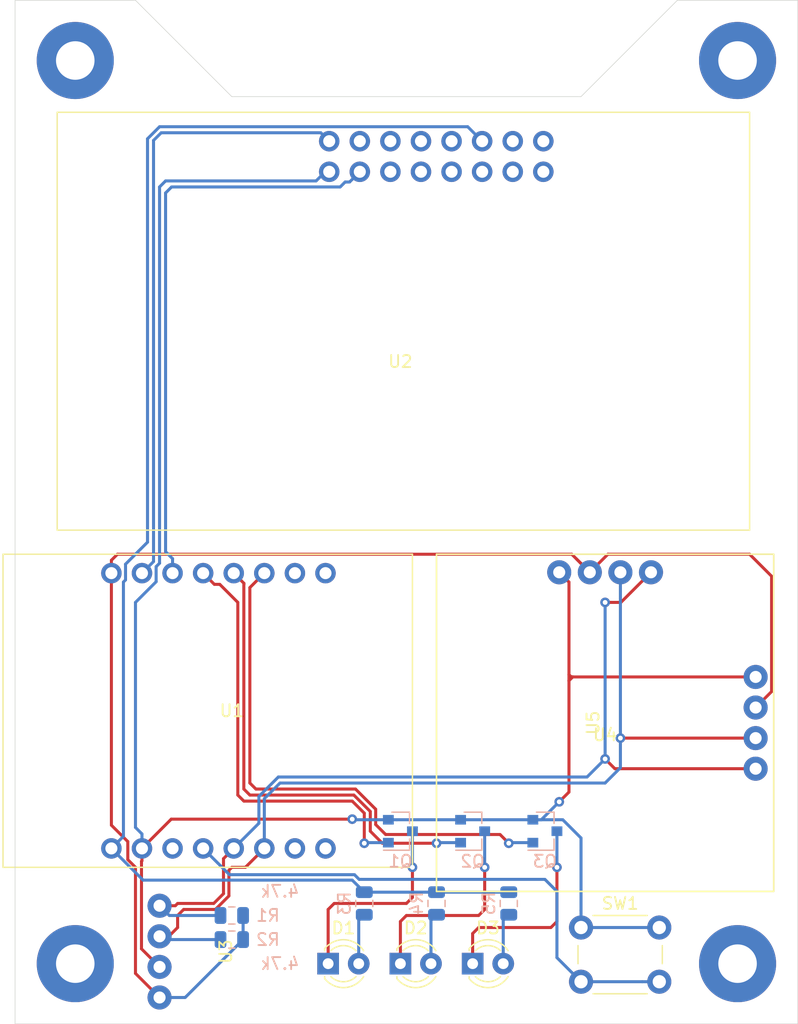
<source format=kicad_pcb>
(kicad_pcb (version 20171130) (host pcbnew 5.1.6+dfsg1-1)

  (general
    (thickness 1.6)
    (drawings 8)
    (tracks 208)
    (zones 0)
    (modules 21)
    (nets 35)
  )

  (page A4)
  (layers
    (0 F.Cu signal)
    (31 B.Cu signal)
    (32 B.Adhes user)
    (33 F.Adhes user)
    (34 B.Paste user)
    (35 F.Paste user)
    (36 B.SilkS user)
    (37 F.SilkS user)
    (38 B.Mask user)
    (39 F.Mask user)
    (40 Dwgs.User user)
    (41 Cmts.User user)
    (42 Eco1.User user)
    (43 Eco2.User user)
    (44 Edge.Cuts user)
    (45 Margin user)
    (46 B.CrtYd user)
    (47 F.CrtYd user)
    (48 B.Fab user)
    (49 F.Fab user)
  )

  (setup
    (last_trace_width 0.25)
    (trace_clearance 0.2)
    (zone_clearance 0.508)
    (zone_45_only no)
    (trace_min 0.127)
    (via_size 0.8)
    (via_drill 0.4)
    (via_min_size 0.4)
    (via_min_drill 0.3)
    (uvia_size 0.3)
    (uvia_drill 0.1)
    (uvias_allowed no)
    (uvia_min_size 0.2)
    (uvia_min_drill 0.1)
    (edge_width 0.05)
    (segment_width 0.2)
    (pcb_text_width 0.3)
    (pcb_text_size 1.5 1.5)
    (mod_edge_width 0.12)
    (mod_text_size 1 1)
    (mod_text_width 0.15)
    (pad_size 1.524 1.524)
    (pad_drill 0.762)
    (pad_to_mask_clearance 0.051)
    (solder_mask_min_width 0.25)
    (aux_axis_origin 0 0)
    (visible_elements FFFDFF7F)
    (pcbplotparams
      (layerselection 0x010f0_ffffffff)
      (usegerberextensions false)
      (usegerberattributes false)
      (usegerberadvancedattributes false)
      (creategerberjobfile false)
      (excludeedgelayer true)
      (linewidth 0.100000)
      (plotframeref false)
      (viasonmask false)
      (mode 1)
      (useauxorigin false)
      (hpglpennumber 1)
      (hpglpenspeed 20)
      (hpglpendiameter 15.000000)
      (psnegative false)
      (psa4output false)
      (plotreference true)
      (plotvalue true)
      (plotinvisibletext false)
      (padsonsilk false)
      (subtractmaskfromsilk false)
      (outputformat 1)
      (mirror false)
      (drillshape 0)
      (scaleselection 1)
      (outputdirectory "gerber"))
  )

  (net 0 "")
  (net 1 GND)
  (net 2 5V)
  (net 3 3V3)
  (net 4 S2)
  (net 5 S1)
  (net 6 SDA)
  (net 7 SCL)
  (net 8 "Net-(U1-Pad8)")
  (net 9 "Net-(U1-Pad7)")
  (net 10 "Net-(U1-Pad3)")
  (net 11 "Net-(U1-Pad9)")
  (net 12 "Net-(U1-Pad10)")
  (net 13 "Net-(U2-Pad2)")
  (net 14 "Net-(U2-Pad14)")
  (net 15 "Net-(U2-Pad15)")
  (net 16 "Net-(U2-Pad4)")
  (net 17 "Net-(U2-Pad8)")
  (net 18 "Net-(U2-Pad6)")
  (net 19 "Net-(U2-Pad9)")
  (net 20 "Net-(U2-Pad7)")
  (net 21 "Net-(U2-Pad5)")
  (net 22 "Net-(U2-Pad3)")
  (net 23 "Net-(U2-Pad16)")
  (net 24 "Net-(U2-Pad17)")
  (net 25 DARK)
  (net 26 "Net-(D1-Pad1)")
  (net 27 "Net-(D1-Pad2)")
  (net 28 "Net-(D2-Pad2)")
  (net 29 "Net-(D2-Pad1)")
  (net 30 "Net-(D3-Pad2)")
  (net 31 "Net-(D3-Pad1)")
  (net 32 GREEN)
  (net 33 YELLOW)
  (net 34 RED)

  (net_class Default "This is the default net class."
    (clearance 0.2)
    (trace_width 0.25)
    (via_dia 0.8)
    (via_drill 0.4)
    (uvia_dia 0.3)
    (uvia_drill 0.1)
    (add_net 3V3)
    (add_net 5V)
    (add_net DARK)
    (add_net GND)
    (add_net GREEN)
    (add_net "Net-(D1-Pad1)")
    (add_net "Net-(D1-Pad2)")
    (add_net "Net-(D2-Pad1)")
    (add_net "Net-(D2-Pad2)")
    (add_net "Net-(D3-Pad1)")
    (add_net "Net-(D3-Pad2)")
    (add_net "Net-(U1-Pad10)")
    (add_net "Net-(U1-Pad3)")
    (add_net "Net-(U1-Pad7)")
    (add_net "Net-(U1-Pad8)")
    (add_net "Net-(U1-Pad9)")
    (add_net "Net-(U2-Pad14)")
    (add_net "Net-(U2-Pad15)")
    (add_net "Net-(U2-Pad16)")
    (add_net "Net-(U2-Pad17)")
    (add_net "Net-(U2-Pad2)")
    (add_net "Net-(U2-Pad3)")
    (add_net "Net-(U2-Pad4)")
    (add_net "Net-(U2-Pad5)")
    (add_net "Net-(U2-Pad6)")
    (add_net "Net-(U2-Pad7)")
    (add_net "Net-(U2-Pad8)")
    (add_net "Net-(U2-Pad9)")
    (add_net RED)
    (add_net S1)
    (add_net S2)
    (add_net SCL)
    (add_net SDA)
    (add_net YELLOW)
  )

  (module sensorbox:OLED-Display-0.69 (layer F.Cu) (tedit 5F9A807C) (tstamp 5F9B2F10)
    (at 49 60 270)
    (path /5F98F406)
    (fp_text reference U5 (at 0 1 90) (layer F.SilkS)
      (effects (font (size 1 1) (thickness 0.15)))
    )
    (fp_text value OLED-Display-0.69 (at 0 -2 90) (layer F.Fab)
      (effects (font (size 1 1) (thickness 0.15)))
    )
    (fp_line (start -14 14) (end -14 -14) (layer F.SilkS) (width 0.12))
    (fp_line (start 14 14) (end -14 14) (layer F.SilkS) (width 0.12))
    (fp_line (start 14 -14) (end 14 14) (layer F.SilkS) (width 0.12))
    (fp_line (start -14 -14) (end 14 -14) (layer F.SilkS) (width 0.12))
    (fp_line (start -14 14) (end -14 -14) (layer F.Fab) (width 0.12))
    (fp_line (start 14 14) (end -14 14) (layer F.Fab) (width 0.12))
    (fp_line (start 14 -14) (end 14 14) (layer F.Fab) (width 0.12))
    (fp_line (start -14 -14) (end 14 -14) (layer F.Fab) (width 0.12))
    (pad 4 thru_hole circle (at 3.81 -12.5 270) (size 2 2) (drill 1) (layers *.Cu *.Mask)
      (net 6 SDA))
    (pad 3 thru_hole circle (at 1.27 -12.5 270) (size 2 2) (drill 1) (layers *.Cu *.Mask)
      (net 7 SCL))
    (pad 2 thru_hole circle (at -1.27 -12.5 270) (size 2 2) (drill 1) (layers *.Cu *.Mask)
      (net 3 3V3))
    (pad 1 thru_hole circle (at -3.81 -12.5 270) (size 2 2) (drill 1) (layers *.Cu *.Mask)
      (net 1 GND))
  )

  (module sensorbox:OLED-Display-0.69 (layer F.Cu) (tedit 5F9A807C) (tstamp 5F9B2F00)
    (at 49 60)
    (path /5F875EE2)
    (fp_text reference U4 (at 0 1) (layer F.SilkS)
      (effects (font (size 1 1) (thickness 0.15)))
    )
    (fp_text value OLED-Display-0.69 (at 0 -2) (layer F.Fab)
      (effects (font (size 1 1) (thickness 0.15)))
    )
    (fp_line (start -14 14) (end -14 -14) (layer F.SilkS) (width 0.12))
    (fp_line (start 14 14) (end -14 14) (layer F.SilkS) (width 0.12))
    (fp_line (start 14 -14) (end 14 14) (layer F.SilkS) (width 0.12))
    (fp_line (start -14 -14) (end 14 -14) (layer F.SilkS) (width 0.12))
    (fp_line (start -14 14) (end -14 -14) (layer F.Fab) (width 0.12))
    (fp_line (start 14 14) (end -14 14) (layer F.Fab) (width 0.12))
    (fp_line (start 14 -14) (end 14 14) (layer F.Fab) (width 0.12))
    (fp_line (start -14 -14) (end 14 -14) (layer F.Fab) (width 0.12))
    (pad 4 thru_hole circle (at 3.81 -12.5) (size 2 2) (drill 1) (layers *.Cu *.Mask)
      (net 6 SDA))
    (pad 3 thru_hole circle (at 1.27 -12.5) (size 2 2) (drill 1) (layers *.Cu *.Mask)
      (net 7 SCL))
    (pad 2 thru_hole circle (at -1.27 -12.5) (size 2 2) (drill 1) (layers *.Cu *.Mask)
      (net 3 3V3))
    (pad 1 thru_hole circle (at -3.81 -12.5) (size 2 2) (drill 1) (layers *.Cu *.Mask)
      (net 1 GND))
  )

  (module sensorbox:BME280 (layer F.Cu) (tedit 5F9A8046) (tstamp 5F9B2410)
    (at 16.5 79 90)
    (path /5F878379)
    (fp_text reference U3 (at 0 1 90) (layer F.SilkS)
      (effects (font (size 1 1) (thickness 0.15)))
    )
    (fp_text value BME280 (at 0 -1 90) (layer F.Fab)
      (effects (font (size 1 1) (thickness 0.15)))
    )
    (fp_line (start -5 6) (end -5 -6) (layer F.Fab) (width 0.12))
    (fp_line (start 5 6) (end -5 6) (layer F.Fab) (width 0.12))
    (fp_line (start 5 -6) (end 5 6) (layer F.Fab) (width 0.12))
    (fp_line (start -5 -6) (end 5 -6) (layer F.Fab) (width 0.12))
    (pad 4 thru_hole circle (at 3.81 -4.5 90) (size 2 2) (drill 1) (layers *.Cu *.Mask)
      (net 6 SDA))
    (pad 3 thru_hole circle (at 1.27 -4.5 90) (size 2 2) (drill 1) (layers *.Cu *.Mask)
      (net 7 SCL))
    (pad 2 thru_hole circle (at -1.27 -4.5 90) (size 2 2) (drill 1) (layers *.Cu *.Mask)
      (net 1 GND))
    (pad 1 thru_hole circle (at -3.81 -4.5 90) (size 2 2) (drill 1) (layers *.Cu *.Mask)
      (net 3 3V3))
  )

  (module Resistor_SMD:R_0805_2012Metric (layer B.Cu) (tedit 5B36C52B) (tstamp 5F8E1E43)
    (at 35 75 270)
    (descr "Resistor SMD 0805 (2012 Metric), square (rectangular) end terminal, IPC_7351 nominal, (Body size source: https://docs.google.com/spreadsheets/d/1BsfQQcO9C6DZCsRaXUlFlo91Tg2WpOkGARC1WS5S8t0/edit?usp=sharing), generated with kicad-footprint-generator")
    (tags resistor)
    (path /5F8F0D03)
    (attr smd)
    (fp_text reference R4 (at 0 1.65 90) (layer B.SilkS)
      (effects (font (size 1 1) (thickness 0.15)) (justify mirror))
    )
    (fp_text value 330 (at 0 -1.65 90) (layer B.Fab)
      (effects (font (size 1 1) (thickness 0.15)) (justify mirror))
    )
    (fp_line (start -1 -0.6) (end -1 0.6) (layer B.Fab) (width 0.1))
    (fp_line (start -1 0.6) (end 1 0.6) (layer B.Fab) (width 0.1))
    (fp_line (start 1 0.6) (end 1 -0.6) (layer B.Fab) (width 0.1))
    (fp_line (start 1 -0.6) (end -1 -0.6) (layer B.Fab) (width 0.1))
    (fp_line (start -0.258578 0.71) (end 0.258578 0.71) (layer B.SilkS) (width 0.12))
    (fp_line (start -0.258578 -0.71) (end 0.258578 -0.71) (layer B.SilkS) (width 0.12))
    (fp_line (start -1.68 -0.95) (end -1.68 0.95) (layer B.CrtYd) (width 0.05))
    (fp_line (start -1.68 0.95) (end 1.68 0.95) (layer B.CrtYd) (width 0.05))
    (fp_line (start 1.68 0.95) (end 1.68 -0.95) (layer B.CrtYd) (width 0.05))
    (fp_line (start 1.68 -0.95) (end -1.68 -0.95) (layer B.CrtYd) (width 0.05))
    (fp_text user %R (at 0 0 90) (layer B.Fab)
      (effects (font (size 0.5 0.5) (thickness 0.08)) (justify mirror))
    )
    (pad 2 smd roundrect (at 0.9375 0 270) (size 0.975 1.4) (layers B.Cu B.Paste B.Mask) (roundrect_rratio 0.25)
      (net 28 "Net-(D2-Pad2)"))
    (pad 1 smd roundrect (at -0.9375 0 270) (size 0.975 1.4) (layers B.Cu B.Paste B.Mask) (roundrect_rratio 0.25)
      (net 2 5V))
    (model ${KISYS3DMOD}/Resistor_SMD.3dshapes/R_0805_2012Metric.wrl
      (at (xyz 0 0 0))
      (scale (xyz 1 1 1))
      (rotate (xyz 0 0 0))
    )
  )

  (module Resistor_SMD:R_0805_2012Metric (layer B.Cu) (tedit 5B36C52B) (tstamp 5F8E1FB7)
    (at 29 75 270)
    (descr "Resistor SMD 0805 (2012 Metric), square (rectangular) end terminal, IPC_7351 nominal, (Body size source: https://docs.google.com/spreadsheets/d/1BsfQQcO9C6DZCsRaXUlFlo91Tg2WpOkGARC1WS5S8t0/edit?usp=sharing), generated with kicad-footprint-generator")
    (tags resistor)
    (path /5F8EE265)
    (attr smd)
    (fp_text reference R3 (at 0 1.65 90) (layer B.SilkS)
      (effects (font (size 1 1) (thickness 0.15)) (justify mirror))
    )
    (fp_text value 330 (at 0 -1.65 90) (layer B.Fab)
      (effects (font (size 1 1) (thickness 0.15)) (justify mirror))
    )
    (fp_line (start -1 -0.6) (end -1 0.6) (layer B.Fab) (width 0.1))
    (fp_line (start -1 0.6) (end 1 0.6) (layer B.Fab) (width 0.1))
    (fp_line (start 1 0.6) (end 1 -0.6) (layer B.Fab) (width 0.1))
    (fp_line (start 1 -0.6) (end -1 -0.6) (layer B.Fab) (width 0.1))
    (fp_line (start -0.258578 0.71) (end 0.258578 0.71) (layer B.SilkS) (width 0.12))
    (fp_line (start -0.258578 -0.71) (end 0.258578 -0.71) (layer B.SilkS) (width 0.12))
    (fp_line (start -1.68 -0.95) (end -1.68 0.95) (layer B.CrtYd) (width 0.05))
    (fp_line (start -1.68 0.95) (end 1.68 0.95) (layer B.CrtYd) (width 0.05))
    (fp_line (start 1.68 0.95) (end 1.68 -0.95) (layer B.CrtYd) (width 0.05))
    (fp_line (start 1.68 -0.95) (end -1.68 -0.95) (layer B.CrtYd) (width 0.05))
    (fp_text user %R (at 0 0 90) (layer B.Fab)
      (effects (font (size 0.5 0.5) (thickness 0.08)) (justify mirror))
    )
    (pad 2 smd roundrect (at 0.9375 0 270) (size 0.975 1.4) (layers B.Cu B.Paste B.Mask) (roundrect_rratio 0.25)
      (net 27 "Net-(D1-Pad2)"))
    (pad 1 smd roundrect (at -0.9375 0 270) (size 0.975 1.4) (layers B.Cu B.Paste B.Mask) (roundrect_rratio 0.25)
      (net 2 5V))
    (model ${KISYS3DMOD}/Resistor_SMD.3dshapes/R_0805_2012Metric.wrl
      (at (xyz 0 0 0))
      (scale (xyz 1 1 1))
      (rotate (xyz 0 0 0))
    )
  )

  (module Package_TO_SOT_SMD:SOT-23 (layer B.Cu) (tedit 5A02FF57) (tstamp 5F8E938E)
    (at 44 69)
    (descr "SOT-23, Standard")
    (tags SOT-23)
    (path /5F8C779D)
    (attr smd)
    (fp_text reference Q3 (at 0 2.5) (layer B.SilkS)
      (effects (font (size 1 1) (thickness 0.15)) (justify mirror))
    )
    (fp_text value 2N7002 (at 0 -2.5) (layer B.Fab)
      (effects (font (size 1 1) (thickness 0.15)) (justify mirror))
    )
    (fp_line (start -0.7 0.95) (end -0.7 -1.5) (layer B.Fab) (width 0.1))
    (fp_line (start -0.15 1.52) (end 0.7 1.52) (layer B.Fab) (width 0.1))
    (fp_line (start -0.7 0.95) (end -0.15 1.52) (layer B.Fab) (width 0.1))
    (fp_line (start 0.7 1.52) (end 0.7 -1.52) (layer B.Fab) (width 0.1))
    (fp_line (start -0.7 -1.52) (end 0.7 -1.52) (layer B.Fab) (width 0.1))
    (fp_line (start 0.76 -1.58) (end 0.76 -0.65) (layer B.SilkS) (width 0.12))
    (fp_line (start 0.76 1.58) (end 0.76 0.65) (layer B.SilkS) (width 0.12))
    (fp_line (start -1.7 1.75) (end 1.7 1.75) (layer B.CrtYd) (width 0.05))
    (fp_line (start 1.7 1.75) (end 1.7 -1.75) (layer B.CrtYd) (width 0.05))
    (fp_line (start 1.7 -1.75) (end -1.7 -1.75) (layer B.CrtYd) (width 0.05))
    (fp_line (start -1.7 -1.75) (end -1.7 1.75) (layer B.CrtYd) (width 0.05))
    (fp_line (start 0.76 1.58) (end -1.4 1.58) (layer B.SilkS) (width 0.12))
    (fp_line (start 0.76 -1.58) (end -0.7 -1.58) (layer B.SilkS) (width 0.12))
    (fp_text user %R (at 0 0 -90) (layer B.Fab)
      (effects (font (size 0.5 0.5) (thickness 0.075)) (justify mirror))
    )
    (pad 3 smd rect (at 1 0) (size 0.9 0.8) (layers B.Cu B.Paste B.Mask)
      (net 31 "Net-(D3-Pad1)"))
    (pad 2 smd rect (at -1 -0.95) (size 0.9 0.8) (layers B.Cu B.Paste B.Mask)
      (net 1 GND))
    (pad 1 smd rect (at -1 0.95) (size 0.9 0.8) (layers B.Cu B.Paste B.Mask)
      (net 34 RED))
    (model ${KISYS3DMOD}/Package_TO_SOT_SMD.3dshapes/SOT-23.wrl
      (at (xyz 0 0 0))
      (scale (xyz 1 1 1))
      (rotate (xyz 0 0 0))
    )
  )

  (module Package_TO_SOT_SMD:SOT-23 (layer B.Cu) (tedit 5A02FF57) (tstamp 5F8E1EB3)
    (at 38 69)
    (descr "SOT-23, Standard")
    (tags SOT-23)
    (path /5F8F0D0A)
    (attr smd)
    (fp_text reference Q2 (at 0 2.5) (layer B.SilkS)
      (effects (font (size 1 1) (thickness 0.15)) (justify mirror))
    )
    (fp_text value 2N7002 (at 0 -2.5) (layer B.Fab)
      (effects (font (size 1 1) (thickness 0.15)) (justify mirror))
    )
    (fp_line (start -0.7 0.95) (end -0.7 -1.5) (layer B.Fab) (width 0.1))
    (fp_line (start -0.15 1.52) (end 0.7 1.52) (layer B.Fab) (width 0.1))
    (fp_line (start -0.7 0.95) (end -0.15 1.52) (layer B.Fab) (width 0.1))
    (fp_line (start 0.7 1.52) (end 0.7 -1.52) (layer B.Fab) (width 0.1))
    (fp_line (start -0.7 -1.52) (end 0.7 -1.52) (layer B.Fab) (width 0.1))
    (fp_line (start 0.76 -1.58) (end 0.76 -0.65) (layer B.SilkS) (width 0.12))
    (fp_line (start 0.76 1.58) (end 0.76 0.65) (layer B.SilkS) (width 0.12))
    (fp_line (start -1.7 1.75) (end 1.7 1.75) (layer B.CrtYd) (width 0.05))
    (fp_line (start 1.7 1.75) (end 1.7 -1.75) (layer B.CrtYd) (width 0.05))
    (fp_line (start 1.7 -1.75) (end -1.7 -1.75) (layer B.CrtYd) (width 0.05))
    (fp_line (start -1.7 -1.75) (end -1.7 1.75) (layer B.CrtYd) (width 0.05))
    (fp_line (start 0.76 1.58) (end -1.4 1.58) (layer B.SilkS) (width 0.12))
    (fp_line (start 0.76 -1.58) (end -0.7 -1.58) (layer B.SilkS) (width 0.12))
    (fp_text user %R (at 0 0 -90) (layer B.Fab)
      (effects (font (size 0.5 0.5) (thickness 0.075)) (justify mirror))
    )
    (pad 3 smd rect (at 1 0) (size 0.9 0.8) (layers B.Cu B.Paste B.Mask)
      (net 29 "Net-(D2-Pad1)"))
    (pad 2 smd rect (at -1 -0.95) (size 0.9 0.8) (layers B.Cu B.Paste B.Mask)
      (net 1 GND))
    (pad 1 smd rect (at -1 0.95) (size 0.9 0.8) (layers B.Cu B.Paste B.Mask)
      (net 33 YELLOW))
    (model ${KISYS3DMOD}/Package_TO_SOT_SMD.3dshapes/SOT-23.wrl
      (at (xyz 0 0 0))
      (scale (xyz 1 1 1))
      (rotate (xyz 0 0 0))
    )
  )

  (module LED_THT:LED_D3.0mm (layer F.Cu) (tedit 587A3A7B) (tstamp 5F8E11FE)
    (at 38 80)
    (descr "LED, diameter 3.0mm, 2 pins")
    (tags "LED diameter 3.0mm 2 pins")
    (path /5F884E0D)
    (fp_text reference D3 (at 1.27 -2.96) (layer F.SilkS)
      (effects (font (size 1 1) (thickness 0.15)))
    )
    (fp_text value LED (at 1.27 2.96) (layer F.Fab)
      (effects (font (size 1 1) (thickness 0.15)))
    )
    (fp_circle (center 1.27 0) (end 2.77 0) (layer F.Fab) (width 0.1))
    (fp_line (start -0.23 -1.16619) (end -0.23 1.16619) (layer F.Fab) (width 0.1))
    (fp_line (start -0.29 -1.236) (end -0.29 -1.08) (layer F.SilkS) (width 0.12))
    (fp_line (start -0.29 1.08) (end -0.29 1.236) (layer F.SilkS) (width 0.12))
    (fp_line (start -1.15 -2.25) (end -1.15 2.25) (layer F.CrtYd) (width 0.05))
    (fp_line (start -1.15 2.25) (end 3.7 2.25) (layer F.CrtYd) (width 0.05))
    (fp_line (start 3.7 2.25) (end 3.7 -2.25) (layer F.CrtYd) (width 0.05))
    (fp_line (start 3.7 -2.25) (end -1.15 -2.25) (layer F.CrtYd) (width 0.05))
    (fp_arc (start 1.27 0) (end 0.229039 1.08) (angle -87.9) (layer F.SilkS) (width 0.12))
    (fp_arc (start 1.27 0) (end 0.229039 -1.08) (angle 87.9) (layer F.SilkS) (width 0.12))
    (fp_arc (start 1.27 0) (end -0.29 1.235516) (angle -108.8) (layer F.SilkS) (width 0.12))
    (fp_arc (start 1.27 0) (end -0.29 -1.235516) (angle 108.8) (layer F.SilkS) (width 0.12))
    (fp_arc (start 1.27 0) (end -0.23 -1.16619) (angle 284.3) (layer F.Fab) (width 0.1))
    (pad 2 thru_hole circle (at 2.54 0) (size 1.8 1.8) (drill 0.9) (layers *.Cu *.Mask)
      (net 30 "Net-(D3-Pad2)"))
    (pad 1 thru_hole rect (at 0 0) (size 1.8 1.8) (drill 0.9) (layers *.Cu *.Mask)
      (net 31 "Net-(D3-Pad1)"))
    (model ${KISYS3DMOD}/LED_THT.3dshapes/LED_D3.0mm.wrl
      (at (xyz 0 0 0))
      (scale (xyz 1 1 1))
      (rotate (xyz 0 0 0))
    )
  )

  (module LED_THT:LED_D3.0mm (layer F.Cu) (tedit 587A3A7B) (tstamp 5F8E11EB)
    (at 32 80)
    (descr "LED, diameter 3.0mm, 2 pins")
    (tags "LED diameter 3.0mm 2 pins")
    (path /5F8F0CFC)
    (fp_text reference D2 (at 1.27 -2.96) (layer F.SilkS)
      (effects (font (size 1 1) (thickness 0.15)))
    )
    (fp_text value LED (at 1.27 2.96) (layer F.Fab)
      (effects (font (size 1 1) (thickness 0.15)))
    )
    (fp_circle (center 1.27 0) (end 2.77 0) (layer F.Fab) (width 0.1))
    (fp_line (start -0.23 -1.16619) (end -0.23 1.16619) (layer F.Fab) (width 0.1))
    (fp_line (start -0.29 -1.236) (end -0.29 -1.08) (layer F.SilkS) (width 0.12))
    (fp_line (start -0.29 1.08) (end -0.29 1.236) (layer F.SilkS) (width 0.12))
    (fp_line (start -1.15 -2.25) (end -1.15 2.25) (layer F.CrtYd) (width 0.05))
    (fp_line (start -1.15 2.25) (end 3.7 2.25) (layer F.CrtYd) (width 0.05))
    (fp_line (start 3.7 2.25) (end 3.7 -2.25) (layer F.CrtYd) (width 0.05))
    (fp_line (start 3.7 -2.25) (end -1.15 -2.25) (layer F.CrtYd) (width 0.05))
    (fp_arc (start 1.27 0) (end 0.229039 1.08) (angle -87.9) (layer F.SilkS) (width 0.12))
    (fp_arc (start 1.27 0) (end 0.229039 -1.08) (angle 87.9) (layer F.SilkS) (width 0.12))
    (fp_arc (start 1.27 0) (end -0.29 1.235516) (angle -108.8) (layer F.SilkS) (width 0.12))
    (fp_arc (start 1.27 0) (end -0.29 -1.235516) (angle 108.8) (layer F.SilkS) (width 0.12))
    (fp_arc (start 1.27 0) (end -0.23 -1.16619) (angle 284.3) (layer F.Fab) (width 0.1))
    (pad 2 thru_hole circle (at 2.54 0) (size 1.8 1.8) (drill 0.9) (layers *.Cu *.Mask)
      (net 28 "Net-(D2-Pad2)"))
    (pad 1 thru_hole rect (at 0 0) (size 1.8 1.8) (drill 0.9) (layers *.Cu *.Mask)
      (net 29 "Net-(D2-Pad1)"))
    (model ${KISYS3DMOD}/LED_THT.3dshapes/LED_D3.0mm.wrl
      (at (xyz 0 0 0))
      (scale (xyz 1 1 1))
      (rotate (xyz 0 0 0))
    )
  )

  (module Resistor_SMD:R_0805_2012Metric (layer B.Cu) (tedit 5B36C52B) (tstamp 5F8E1E13)
    (at 41 75 270)
    (descr "Resistor SMD 0805 (2012 Metric), square (rectangular) end terminal, IPC_7351 nominal, (Body size source: https://docs.google.com/spreadsheets/d/1BsfQQcO9C6DZCsRaXUlFlo91Tg2WpOkGARC1WS5S8t0/edit?usp=sharing), generated with kicad-footprint-generator")
    (tags resistor)
    (path /5F88657F)
    (attr smd)
    (fp_text reference R5 (at 0 1.65 90) (layer B.SilkS)
      (effects (font (size 1 1) (thickness 0.15)) (justify mirror))
    )
    (fp_text value 330 (at 0 -1.65 90) (layer B.Fab)
      (effects (font (size 1 1) (thickness 0.15)) (justify mirror))
    )
    (fp_line (start -1 -0.6) (end -1 0.6) (layer B.Fab) (width 0.1))
    (fp_line (start -1 0.6) (end 1 0.6) (layer B.Fab) (width 0.1))
    (fp_line (start 1 0.6) (end 1 -0.6) (layer B.Fab) (width 0.1))
    (fp_line (start 1 -0.6) (end -1 -0.6) (layer B.Fab) (width 0.1))
    (fp_line (start -0.258578 0.71) (end 0.258578 0.71) (layer B.SilkS) (width 0.12))
    (fp_line (start -0.258578 -0.71) (end 0.258578 -0.71) (layer B.SilkS) (width 0.12))
    (fp_line (start -1.68 -0.95) (end -1.68 0.95) (layer B.CrtYd) (width 0.05))
    (fp_line (start -1.68 0.95) (end 1.68 0.95) (layer B.CrtYd) (width 0.05))
    (fp_line (start 1.68 0.95) (end 1.68 -0.95) (layer B.CrtYd) (width 0.05))
    (fp_line (start 1.68 -0.95) (end -1.68 -0.95) (layer B.CrtYd) (width 0.05))
    (fp_text user %R (at 0 0 90) (layer B.Fab)
      (effects (font (size 0.5 0.5) (thickness 0.08)) (justify mirror))
    )
    (pad 2 smd roundrect (at 0.9375 0 270) (size 0.975 1.4) (layers B.Cu B.Paste B.Mask) (roundrect_rratio 0.25)
      (net 30 "Net-(D3-Pad2)"))
    (pad 1 smd roundrect (at -0.9375 0 270) (size 0.975 1.4) (layers B.Cu B.Paste B.Mask) (roundrect_rratio 0.25)
      (net 2 5V))
    (model ${KISYS3DMOD}/Resistor_SMD.3dshapes/R_0805_2012Metric.wrl
      (at (xyz 0 0 0))
      (scale (xyz 1 1 1))
      (rotate (xyz 0 0 0))
    )
  )

  (module Resistor_SMD:R_0805_2012Metric (layer B.Cu) (tedit 5B36C52B) (tstamp 5F8DFE81)
    (at 18 78 180)
    (descr "Resistor SMD 0805 (2012 Metric), square (rectangular) end terminal, IPC_7351 nominal, (Body size source: https://docs.google.com/spreadsheets/d/1BsfQQcO9C6DZCsRaXUlFlo91Tg2WpOkGARC1WS5S8t0/edit?usp=sharing), generated with kicad-footprint-generator")
    (tags resistor)
    (path /5F84144D)
    (attr smd)
    (fp_text reference R2 (at -3 0) (layer B.SilkS)
      (effects (font (size 1 1) (thickness 0.15)) (justify mirror))
    )
    (fp_text value 4.7k (at -4 -2) (layer B.SilkS)
      (effects (font (size 1 1) (thickness 0.15)) (justify mirror))
    )
    (fp_line (start -1 -0.6) (end -1 0.6) (layer B.Fab) (width 0.1))
    (fp_line (start -1 0.6) (end 1 0.6) (layer B.Fab) (width 0.1))
    (fp_line (start 1 0.6) (end 1 -0.6) (layer B.Fab) (width 0.1))
    (fp_line (start 1 -0.6) (end -1 -0.6) (layer B.Fab) (width 0.1))
    (fp_line (start -0.258578 0.71) (end 0.258578 0.71) (layer B.SilkS) (width 0.12))
    (fp_line (start -0.258578 -0.71) (end 0.258578 -0.71) (layer B.SilkS) (width 0.12))
    (fp_line (start -1.68 -0.95) (end -1.68 0.95) (layer B.CrtYd) (width 0.05))
    (fp_line (start -1.68 0.95) (end 1.68 0.95) (layer B.CrtYd) (width 0.05))
    (fp_line (start 1.68 0.95) (end 1.68 -0.95) (layer B.CrtYd) (width 0.05))
    (fp_line (start 1.68 -0.95) (end -1.68 -0.95) (layer B.CrtYd) (width 0.05))
    (fp_text user %R (at 0 0) (layer B.Fab)
      (effects (font (size 0.5 0.5) (thickness 0.08)) (justify mirror))
    )
    (pad 2 smd roundrect (at 0.9375 0 180) (size 0.975 1.4) (layers B.Cu B.Paste B.Mask) (roundrect_rratio 0.25)
      (net 7 SCL))
    (pad 1 smd roundrect (at -0.9375 0 180) (size 0.975 1.4) (layers B.Cu B.Paste B.Mask) (roundrect_rratio 0.25)
      (net 3 3V3))
    (model ${KISYS3DMOD}/Resistor_SMD.3dshapes/R_0805_2012Metric.wrl
      (at (xyz 0 0 0))
      (scale (xyz 1 1 1))
      (rotate (xyz 0 0 0))
    )
  )

  (module Resistor_SMD:R_0805_2012Metric (layer B.Cu) (tedit 5B36C52B) (tstamp 5F8DFE70)
    (at 18 76 180)
    (descr "Resistor SMD 0805 (2012 Metric), square (rectangular) end terminal, IPC_7351 nominal, (Body size source: https://docs.google.com/spreadsheets/d/1BsfQQcO9C6DZCsRaXUlFlo91Tg2WpOkGARC1WS5S8t0/edit?usp=sharing), generated with kicad-footprint-generator")
    (tags resistor)
    (path /5F841061)
    (attr smd)
    (fp_text reference R1 (at -3 0) (layer B.SilkS)
      (effects (font (size 1 1) (thickness 0.15)) (justify mirror))
    )
    (fp_text value 4.7k (at -4 2) (layer B.SilkS)
      (effects (font (size 1 1) (thickness 0.15)) (justify mirror))
    )
    (fp_line (start -1 -0.6) (end -1 0.6) (layer B.Fab) (width 0.1))
    (fp_line (start -1 0.6) (end 1 0.6) (layer B.Fab) (width 0.1))
    (fp_line (start 1 0.6) (end 1 -0.6) (layer B.Fab) (width 0.1))
    (fp_line (start 1 -0.6) (end -1 -0.6) (layer B.Fab) (width 0.1))
    (fp_line (start -0.258578 0.71) (end 0.258578 0.71) (layer B.SilkS) (width 0.12))
    (fp_line (start -0.258578 -0.71) (end 0.258578 -0.71) (layer B.SilkS) (width 0.12))
    (fp_line (start -1.68 -0.95) (end -1.68 0.95) (layer B.CrtYd) (width 0.05))
    (fp_line (start -1.68 0.95) (end 1.68 0.95) (layer B.CrtYd) (width 0.05))
    (fp_line (start 1.68 0.95) (end 1.68 -0.95) (layer B.CrtYd) (width 0.05))
    (fp_line (start 1.68 -0.95) (end -1.68 -0.95) (layer B.CrtYd) (width 0.05))
    (fp_text user %R (at 0 0) (layer B.Fab)
      (effects (font (size 0.5 0.5) (thickness 0.08)) (justify mirror))
    )
    (pad 2 smd roundrect (at 0.9375 0 180) (size 0.975 1.4) (layers B.Cu B.Paste B.Mask) (roundrect_rratio 0.25)
      (net 6 SDA))
    (pad 1 smd roundrect (at -0.9375 0 180) (size 0.975 1.4) (layers B.Cu B.Paste B.Mask) (roundrect_rratio 0.25)
      (net 3 3V3))
    (model ${KISYS3DMOD}/Resistor_SMD.3dshapes/R_0805_2012Metric.wrl
      (at (xyz 0 0 0))
      (scale (xyz 1 1 1))
      (rotate (xyz 0 0 0))
    )
  )

  (module LED_THT:LED_D3.0mm (layer F.Cu) (tedit 587A3A7B) (tstamp 5F8DFE37)
    (at 26 80)
    (descr "LED, diameter 3.0mm, 2 pins")
    (tags "LED diameter 3.0mm 2 pins")
    (path /5F8EE25E)
    (fp_text reference D1 (at 1.27 -2.96) (layer F.SilkS)
      (effects (font (size 1 1) (thickness 0.15)))
    )
    (fp_text value LED (at 1.27 2.96) (layer F.Fab)
      (effects (font (size 1 1) (thickness 0.15)))
    )
    (fp_circle (center 1.27 0) (end 2.77 0) (layer F.Fab) (width 0.1))
    (fp_line (start -0.23 -1.16619) (end -0.23 1.16619) (layer F.Fab) (width 0.1))
    (fp_line (start -0.29 -1.236) (end -0.29 -1.08) (layer F.SilkS) (width 0.12))
    (fp_line (start -0.29 1.08) (end -0.29 1.236) (layer F.SilkS) (width 0.12))
    (fp_line (start -1.15 -2.25) (end -1.15 2.25) (layer F.CrtYd) (width 0.05))
    (fp_line (start -1.15 2.25) (end 3.7 2.25) (layer F.CrtYd) (width 0.05))
    (fp_line (start 3.7 2.25) (end 3.7 -2.25) (layer F.CrtYd) (width 0.05))
    (fp_line (start 3.7 -2.25) (end -1.15 -2.25) (layer F.CrtYd) (width 0.05))
    (fp_arc (start 1.27 0) (end 0.229039 1.08) (angle -87.9) (layer F.SilkS) (width 0.12))
    (fp_arc (start 1.27 0) (end 0.229039 -1.08) (angle 87.9) (layer F.SilkS) (width 0.12))
    (fp_arc (start 1.27 0) (end -0.29 1.235516) (angle -108.8) (layer F.SilkS) (width 0.12))
    (fp_arc (start 1.27 0) (end -0.29 -1.235516) (angle 108.8) (layer F.SilkS) (width 0.12))
    (fp_arc (start 1.27 0) (end -0.23 -1.16619) (angle 284.3) (layer F.Fab) (width 0.1))
    (pad 2 thru_hole circle (at 2.54 0) (size 1.8 1.8) (drill 0.9) (layers *.Cu *.Mask)
      (net 27 "Net-(D1-Pad2)"))
    (pad 1 thru_hole rect (at 0 0) (size 1.8 1.8) (drill 0.9) (layers *.Cu *.Mask)
      (net 26 "Net-(D1-Pad1)"))
    (model ${KISYS3DMOD}/LED_THT.3dshapes/LED_D3.0mm.wrl
      (at (xyz 0 0 0))
      (scale (xyz 1 1 1))
      (rotate (xyz 0 0 0))
    )
  )

  (module Package_TO_SOT_SMD:SOT-23 (layer B.Cu) (tedit 5A02FF57) (tstamp 5F8E1EEF)
    (at 32 69)
    (descr "SOT-23, Standard")
    (tags SOT-23)
    (path /5F8EE26C)
    (attr smd)
    (fp_text reference Q1 (at 0 2.5) (layer B.SilkS)
      (effects (font (size 1 1) (thickness 0.15)) (justify mirror))
    )
    (fp_text value 2N7002 (at 0 -2.5) (layer B.Fab)
      (effects (font (size 1 1) (thickness 0.15)) (justify mirror))
    )
    (fp_line (start -0.7 0.95) (end -0.7 -1.5) (layer B.Fab) (width 0.1))
    (fp_line (start -0.15 1.52) (end 0.7 1.52) (layer B.Fab) (width 0.1))
    (fp_line (start -0.7 0.95) (end -0.15 1.52) (layer B.Fab) (width 0.1))
    (fp_line (start 0.7 1.52) (end 0.7 -1.52) (layer B.Fab) (width 0.1))
    (fp_line (start -0.7 -1.52) (end 0.7 -1.52) (layer B.Fab) (width 0.1))
    (fp_line (start 0.76 -1.58) (end 0.76 -0.65) (layer B.SilkS) (width 0.12))
    (fp_line (start 0.76 1.58) (end 0.76 0.65) (layer B.SilkS) (width 0.12))
    (fp_line (start -1.7 1.75) (end 1.7 1.75) (layer B.CrtYd) (width 0.05))
    (fp_line (start 1.7 1.75) (end 1.7 -1.75) (layer B.CrtYd) (width 0.05))
    (fp_line (start 1.7 -1.75) (end -1.7 -1.75) (layer B.CrtYd) (width 0.05))
    (fp_line (start -1.7 -1.75) (end -1.7 1.75) (layer B.CrtYd) (width 0.05))
    (fp_line (start 0.76 1.58) (end -1.4 1.58) (layer B.SilkS) (width 0.12))
    (fp_line (start 0.76 -1.58) (end -0.7 -1.58) (layer B.SilkS) (width 0.12))
    (fp_text user %R (at 0 0 -90) (layer B.Fab)
      (effects (font (size 0.5 0.5) (thickness 0.075)) (justify mirror))
    )
    (pad 3 smd rect (at 1 0) (size 0.9 0.8) (layers B.Cu B.Paste B.Mask)
      (net 26 "Net-(D1-Pad1)"))
    (pad 2 smd rect (at -1 -0.95) (size 0.9 0.8) (layers B.Cu B.Paste B.Mask)
      (net 1 GND))
    (pad 1 smd rect (at -1 0.95) (size 0.9 0.8) (layers B.Cu B.Paste B.Mask)
      (net 32 GREEN))
    (model ${KISYS3DMOD}/Package_TO_SOT_SMD.3dshapes/SOT-23.wrl
      (at (xyz 0 0 0))
      (scale (xyz 1 1 1))
      (rotate (xyz 0 0 0))
    )
  )

  (module Button_Switch_THT:SW_PUSH_6mm (layer F.Cu) (tedit 5A02FE31) (tstamp 5F85D99E)
    (at 47 77)
    (descr https://www.omron.com/ecb/products/pdf/en-b3f.pdf)
    (tags "tact sw push 6mm")
    (path /5F87CC89)
    (fp_text reference SW1 (at 3.25 -2) (layer F.SilkS)
      (effects (font (size 1 1) (thickness 0.15)))
    )
    (fp_text value "Dark Mode" (at 3.75 7) (layer F.Fab)
      (effects (font (size 1 1) (thickness 0.15)))
    )
    (fp_line (start 3.25 -0.75) (end 6.25 -0.75) (layer F.Fab) (width 0.1))
    (fp_line (start 6.25 -0.75) (end 6.25 5.25) (layer F.Fab) (width 0.1))
    (fp_line (start 6.25 5.25) (end 0.25 5.25) (layer F.Fab) (width 0.1))
    (fp_line (start 0.25 5.25) (end 0.25 -0.75) (layer F.Fab) (width 0.1))
    (fp_line (start 0.25 -0.75) (end 3.25 -0.75) (layer F.Fab) (width 0.1))
    (fp_line (start 7.75 6) (end 8 6) (layer F.CrtYd) (width 0.05))
    (fp_line (start 8 6) (end 8 5.75) (layer F.CrtYd) (width 0.05))
    (fp_line (start 7.75 -1.5) (end 8 -1.5) (layer F.CrtYd) (width 0.05))
    (fp_line (start 8 -1.5) (end 8 -1.25) (layer F.CrtYd) (width 0.05))
    (fp_line (start -1.5 -1.25) (end -1.5 -1.5) (layer F.CrtYd) (width 0.05))
    (fp_line (start -1.5 -1.5) (end -1.25 -1.5) (layer F.CrtYd) (width 0.05))
    (fp_line (start -1.5 5.75) (end -1.5 6) (layer F.CrtYd) (width 0.05))
    (fp_line (start -1.5 6) (end -1.25 6) (layer F.CrtYd) (width 0.05))
    (fp_line (start -1.25 -1.5) (end 7.75 -1.5) (layer F.CrtYd) (width 0.05))
    (fp_line (start -1.5 5.75) (end -1.5 -1.25) (layer F.CrtYd) (width 0.05))
    (fp_line (start 7.75 6) (end -1.25 6) (layer F.CrtYd) (width 0.05))
    (fp_line (start 8 -1.25) (end 8 5.75) (layer F.CrtYd) (width 0.05))
    (fp_line (start 1 5.5) (end 5.5 5.5) (layer F.SilkS) (width 0.12))
    (fp_line (start -0.25 1.5) (end -0.25 3) (layer F.SilkS) (width 0.12))
    (fp_line (start 5.5 -1) (end 1 -1) (layer F.SilkS) (width 0.12))
    (fp_line (start 6.75 3) (end 6.75 1.5) (layer F.SilkS) (width 0.12))
    (fp_circle (center 3.25 2.25) (end 1.25 2.5) (layer F.Fab) (width 0.1))
    (fp_text user %R (at 3.25 2.25) (layer F.Fab)
      (effects (font (size 1 1) (thickness 0.15)))
    )
    (pad 1 thru_hole circle (at 6.5 0 90) (size 2 2) (drill 1.1) (layers *.Cu *.Mask)
      (net 1 GND))
    (pad 2 thru_hole circle (at 6.5 4.5 90) (size 2 2) (drill 1.1) (layers *.Cu *.Mask)
      (net 25 DARK))
    (pad 1 thru_hole circle (at 0 0 90) (size 2 2) (drill 1.1) (layers *.Cu *.Mask)
      (net 1 GND))
    (pad 2 thru_hole circle (at 0 4.5 90) (size 2 2) (drill 1.1) (layers *.Cu *.Mask)
      (net 25 DARK))
    (model ${KISYS3DMOD}/Button_Switch_THT.3dshapes/SW_PUSH_6mm.wrl
      (at (xyz 0 0 0))
      (scale (xyz 1 1 1))
      (rotate (xyz 0 0 0))
    )
  )

  (module sensorbox:NodeMCU_D1 (layer F.Cu) (tedit 5F833040) (tstamp 5F8E1F65)
    (at -1 59)
    (path /5F86460D)
    (fp_text reference U1 (at 19 0) (layer F.SilkS)
      (effects (font (size 1 1) (thickness 0.15)))
    )
    (fp_text value NodeMCU_D1 (at 11 0) (layer F.Fab)
      (effects (font (size 1 1) (thickness 0.15)))
    )
    (fp_line (start 28 7) (end 34 7) (layer Dwgs.User) (width 0.12))
    (fp_line (start 28 -9) (end 28 7) (layer Dwgs.User) (width 0.12))
    (fp_line (start 34 -9) (end 28 -9) (layer Dwgs.User) (width 0.12))
    (fp_line (start 2 2) (end 0 2) (layer Dwgs.User) (width 0.12))
    (fp_line (start 2 -2) (end 2 2) (layer Dwgs.User) (width 0.12))
    (fp_line (start 0 -2) (end 2 -2) (layer Dwgs.User) (width 0.12))
    (fp_line (start 0 13) (end 0 -13) (layer F.SilkS) (width 0.12))
    (fp_line (start 34 13) (end 0 13) (layer F.SilkS) (width 0.12))
    (fp_line (start 34 -13) (end 34 13) (layer F.SilkS) (width 0.12))
    (fp_line (start 0 -13) (end 34 -13) (layer F.SilkS) (width 0.12))
    (fp_line (start 0 -13) (end 0 13) (layer F.Fab) (width 0.12))
    (fp_line (start 34 -13) (end 34 13) (layer F.Fab) (width 0.12))
    (fp_line (start 0 -13) (end 34 -13) (layer F.Fab) (width 0.12))
    (fp_line (start 0 13) (end 34 13) (layer F.Fab) (width 0.12))
    (pad 16 thru_hole circle (at 9 -11.43) (size 1.7 1.7) (drill 1) (layers *.Cu *.Mask)
      (net 3 3V3))
    (pad 15 thru_hole circle (at 11.54 -11.43) (size 1.7 1.7) (drill 1) (layers *.Cu *.Mask)
      (net 4 S2))
    (pad 14 thru_hole circle (at 14.08 -11.43) (size 1.7 1.7) (drill 1) (layers *.Cu *.Mask)
      (net 5 S1))
    (pad 13 thru_hole circle (at 16.62 -11.43) (size 1.7 1.7) (drill 1) (layers *.Cu *.Mask)
      (net 32 GREEN))
    (pad 12 thru_hole circle (at 19.16 -11.43) (size 1.7 1.7) (drill 1) (layers *.Cu *.Mask)
      (net 33 YELLOW))
    (pad 11 thru_hole circle (at 21.7 -11.43) (size 1.7 1.7) (drill 1) (layers *.Cu *.Mask)
      (net 34 RED))
    (pad 10 thru_hole circle (at 24.24 -11.43) (size 1.7 1.7) (drill 1) (layers *.Cu *.Mask)
      (net 12 "Net-(U1-Pad10)"))
    (pad 9 thru_hole circle (at 26.78 -11.43) (size 1.7 1.7) (drill 1) (layers *.Cu *.Mask)
      (net 11 "Net-(U1-Pad9)"))
    (pad 5 thru_hole circle (at 19.16 11.43) (size 1.7 1.7) (drill 1) (layers *.Cu *.Mask)
      (net 6 SDA))
    (pad 4 thru_hole circle (at 16.62 11.43) (size 1.7 1.7) (drill 1) (layers *.Cu *.Mask)
      (net 25 DARK))
    (pad 3 thru_hole circle (at 14.08 11.43) (size 1.7 1.7) (drill 1) (layers *.Cu *.Mask)
      (net 10 "Net-(U1-Pad3)"))
    (pad 6 thru_hole circle (at 21.7 11.43) (size 1.7 1.7) (drill 1) (layers *.Cu *.Mask)
      (net 7 SCL))
    (pad 7 thru_hole circle (at 24.24 11.43) (size 1.7 1.7) (drill 1) (layers *.Cu *.Mask)
      (net 9 "Net-(U1-Pad7)"))
    (pad 1 thru_hole circle (at 9 11.43) (size 1.7 1.7) (drill 1) (layers *.Cu *.Mask)
      (net 2 5V))
    (pad 2 thru_hole circle (at 11.54 11.43) (size 1.7 1.7) (drill 1) (layers *.Cu *.Mask)
      (net 1 GND))
    (pad 8 thru_hole circle (at 26.78 11.43) (size 1.7 1.7) (drill 1) (layers *.Cu *.Mask)
      (net 8 "Net-(U1-Pad8)"))
  )

  (module sensorbox:MH-Z14A (layer F.Cu) (tedit 5F831E7C) (tstamp 5F85CCDD)
    (at 61 44 180)
    (path /5F870D57)
    (fp_text reference U2 (at 29 14) (layer F.SilkS)
      (effects (font (size 1 1) (thickness 0.15)))
    )
    (fp_text value MH-Z14A (at 30 12) (layer F.Fab)
      (effects (font (size 1 1) (thickness 0.15)))
    )
    (fp_line (start 0 0) (end 57.5 0) (layer F.Fab) (width 0.12))
    (fp_line (start 0 34.7) (end 57.5 34.7) (layer F.Fab) (width 0.12))
    (fp_line (start 0 0) (end 0 34.7) (layer F.Fab) (width 0.12))
    (fp_line (start 57.5 0) (end 57.5 34.7) (layer F.Fab) (width 0.12))
    (fp_line (start 0 0) (end 57.5 0) (layer F.SilkS) (width 0.12))
    (fp_line (start 0 34.7) (end 57.5 34.7) (layer F.SilkS) (width 0.12))
    (fp_line (start 0 0) (end 0 34.7) (layer F.SilkS) (width 0.12))
    (fp_line (start 57.5 34.7) (end 57.5 0) (layer F.SilkS) (width 0.12))
    (pad 2 thru_hole circle (at 22.21 29.76 180) (size 1.7 1.7) (drill 1) (layers *.Cu *.Mask)
      (net 13 "Net-(U2-Pad2)"))
    (pad 14 thru_hole circle (at 17.13 29.76 180) (size 1.7 1.7) (drill 1) (layers *.Cu *.Mask)
      (net 14 "Net-(U2-Pad14)"))
    (pad 15 thru_hole circle (at 19.67 29.76 180) (size 1.7 1.7) (drill 1) (layers *.Cu *.Mask)
      (net 15 "Net-(U2-Pad15)"))
    (pad 4 thru_hole circle (at 24.75 29.76 180) (size 1.7 1.7) (drill 1) (layers *.Cu *.Mask)
      (net 16 "Net-(U2-Pad4)"))
    (pad 10 thru_hole circle (at 32.37 29.76 180) (size 1.7 1.7) (drill 1) (layers *.Cu *.Mask)
      (net 5 S1))
    (pad 12 thru_hole circle (at 34.91 29.76 180) (size 1.7 1.7) (drill 1) (layers *.Cu *.Mask)
      (net 1 GND))
    (pad 8 thru_hole circle (at 29.83 29.76 180) (size 1.7 1.7) (drill 1) (layers *.Cu *.Mask)
      (net 17 "Net-(U2-Pad8)"))
    (pad 6 thru_hole circle (at 27.29 29.76 180) (size 1.7 1.7) (drill 1) (layers *.Cu *.Mask)
      (net 18 "Net-(U2-Pad6)"))
    (pad 11 thru_hole circle (at 34.91 32.3 180) (size 1.7 1.7) (drill 1) (layers *.Cu *.Mask)
      (net 4 S2))
    (pad 9 thru_hole circle (at 32.37 32.3 180) (size 1.7 1.7) (drill 1) (layers *.Cu *.Mask)
      (net 19 "Net-(U2-Pad9)"))
    (pad 7 thru_hole circle (at 29.83 32.3 180) (size 1.7 1.7) (drill 1) (layers *.Cu *.Mask)
      (net 20 "Net-(U2-Pad7)"))
    (pad 5 thru_hole circle (at 27.29 32.3 180) (size 1.7 1.7) (drill 1) (layers *.Cu *.Mask)
      (net 21 "Net-(U2-Pad5)"))
    (pad 3 thru_hole circle (at 24.75 32.3 180) (size 1.7 1.7) (drill 1) (layers *.Cu *.Mask)
      (net 22 "Net-(U2-Pad3)"))
    (pad 1 thru_hole circle (at 22.21 32.3 180) (size 1.7 1.7) (drill 1) (layers *.Cu *.Mask)
      (net 2 5V))
    (pad 16 thru_hole circle (at 19.67 32.3 180) (size 1.7 1.7) (drill 1) (layers *.Cu *.Mask)
      (net 23 "Net-(U2-Pad16)"))
    (pad 17 thru_hole circle (at 17.13 32.3 180) (size 1.7 1.7) (drill 1) (layers *.Cu *.Mask)
      (net 24 "Net-(U2-Pad17)"))
  )

  (module MountingHole:MountingHole_3.2mm_M3_Pad (layer F.Cu) (tedit 56D1B4CB) (tstamp 5F833220)
    (at 60 80)
    (descr "Mounting Hole 3.2mm, M3")
    (tags "mounting hole 3.2mm m3")
    (attr virtual)
    (fp_text reference REF** (at 0 -4.2) (layer F.SilkS) hide
      (effects (font (size 1 1) (thickness 0.15)))
    )
    (fp_text value MountingHole_3.2mm_M3_Pad (at 0 4.2) (layer F.Fab) hide
      (effects (font (size 1 1) (thickness 0.15)))
    )
    (fp_circle (center 0 0) (end 3.2 0) (layer Cmts.User) (width 0.15))
    (fp_circle (center 0 0) (end 3.45 0) (layer F.CrtYd) (width 0.05))
    (fp_text user %R (at 0.3 0) (layer F.Fab)
      (effects (font (size 1 1) (thickness 0.15)))
    )
    (pad 1 thru_hole circle (at 0 0) (size 6.4 6.4) (drill 3.2) (layers *.Cu *.Mask))
  )

  (module MountingHole:MountingHole_3.2mm_M3_Pad (layer F.Cu) (tedit 56D1B4CB) (tstamp 5F833220)
    (at 5 80)
    (descr "Mounting Hole 3.2mm, M3")
    (tags "mounting hole 3.2mm m3")
    (attr virtual)
    (fp_text reference REF** (at 0 -4.2) (layer F.SilkS) hide
      (effects (font (size 1 1) (thickness 0.15)))
    )
    (fp_text value MountingHole_3.2mm_M3_Pad (at 0 4.2) (layer F.Fab) hide
      (effects (font (size 1 1) (thickness 0.15)))
    )
    (fp_circle (center 0 0) (end 3.45 0) (layer F.CrtYd) (width 0.05))
    (fp_circle (center 0 0) (end 3.2 0) (layer Cmts.User) (width 0.15))
    (fp_text user %R (at 0.3 0) (layer F.Fab)
      (effects (font (size 1 1) (thickness 0.15)))
    )
    (pad 1 thru_hole circle (at 0 0) (size 6.4 6.4) (drill 3.2) (layers *.Cu *.Mask))
  )

  (module MountingHole:MountingHole_3.2mm_M3_Pad (layer F.Cu) (tedit 56D1B4CB) (tstamp 5F833209)
    (at 60 5)
    (descr "Mounting Hole 3.2mm, M3")
    (tags "mounting hole 3.2mm m3")
    (attr virtual)
    (fp_text reference REF** (at 0 -4.2) (layer F.SilkS) hide
      (effects (font (size 1 1) (thickness 0.15)))
    )
    (fp_text value MountingHole_3.2mm_M3_Pad (at 0 4.2) (layer F.Fab) hide
      (effects (font (size 1 1) (thickness 0.15)))
    )
    (fp_circle (center 0 0) (end 3.45 0) (layer F.CrtYd) (width 0.05))
    (fp_circle (center 0 0) (end 3.2 0) (layer Cmts.User) (width 0.15))
    (fp_text user %R (at 0.3 0) (layer F.Fab)
      (effects (font (size 1 1) (thickness 0.15)))
    )
    (pad 1 thru_hole circle (at 0 0) (size 6.4 6.4) (drill 3.2) (layers *.Cu *.Mask))
  )

  (module MountingHole:MountingHole_3.2mm_M3_Pad (layer F.Cu) (tedit 56D1B4CB) (tstamp 5F83319C)
    (at 5 5)
    (descr "Mounting Hole 3.2mm, M3")
    (tags "mounting hole 3.2mm m3")
    (attr virtual)
    (fp_text reference REF** (at 0 -4.2) (layer F.SilkS) hide
      (effects (font (size 1 1) (thickness 0.15)))
    )
    (fp_text value MountingHole_3.2mm_M3_Pad (at 0 4.2) (layer F.Fab) hide
      (effects (font (size 1 1) (thickness 0.15)))
    )
    (fp_circle (center 0 0) (end 3.2 0) (layer Cmts.User) (width 0.15))
    (fp_circle (center 0 0) (end 3.45 0) (layer F.CrtYd) (width 0.05))
    (fp_text user %R (at 0.3 0) (layer F.Fab)
      (effects (font (size 1 1) (thickness 0.15)))
    )
    (pad 1 thru_hole circle (at 0 0) (size 6.4 6.4) (drill 3.2) (layers *.Cu *.Mask))
  )

  (gr_line (start 47 8) (end 18 8) (layer Edge.Cuts) (width 0.05) (tstamp 5F85E40B))
  (gr_line (start 55 0) (end 47 8) (layer Edge.Cuts) (width 0.05))
  (gr_line (start 65 0) (end 55 0) (layer Edge.Cuts) (width 0.05))
  (gr_line (start 10 0) (end 18 8) (layer Edge.Cuts) (width 0.05))
  (gr_line (start 0 0) (end 10 0) (layer Edge.Cuts) (width 0.05))
  (gr_line (start 65 0) (end 65 85) (layer Edge.Cuts) (width 0.05) (tstamp 5F85B2DC))
  (gr_line (start 0 85) (end 0 0) (layer Edge.Cuts) (width 0.05) (tstamp 5F833C4F))
  (gr_line (start 65 85) (end 0 85) (layer Edge.Cuts) (width 0.05))

  (segment (start 31.7 68.05) (end 37 68.05) (width 0.25) (layer B.Cu) (net 1))
  (segment (start 31 68.05) (end 31.7 68.05) (width 0.25) (layer B.Cu) (net 1))
  (segment (start 37 68.05) (end 43 68.05) (width 0.25) (layer B.Cu) (net 1))
  (segment (start 47 75.585787) (end 47 77) (width 0.25) (layer B.Cu) (net 1))
  (segment (start 47 69.564998) (end 47 75.585787) (width 0.25) (layer B.Cu) (net 1))
  (segment (start 45.485002 68.05) (end 47 69.564998) (width 0.25) (layer B.Cu) (net 1))
  (segment (start 43 68.05) (end 45.485002 68.05) (width 0.25) (layer B.Cu) (net 1))
  (segment (start 47 77) (end 53.5 77) (width 0.25) (layer B.Cu) (net 1))
  (segment (start 43.7 68.05) (end 45.19 66.56) (width 0.25) (layer B.Cu) (net 1))
  (segment (start 43 68.05) (end 43.7 68.05) (width 0.25) (layer B.Cu) (net 1))
  (via (at 45.19 66.56) (size 0.8) (drill 0.4) (layers F.Cu B.Cu) (net 1))
  (via (at 28 68) (size 0.8) (drill 0.4) (layers F.Cu B.Cu) (net 1))
  (segment (start 28.05 68.05) (end 28 68) (width 0.25) (layer B.Cu) (net 1))
  (segment (start 31 68.05) (end 28.05 68.05) (width 0.25) (layer B.Cu) (net 1))
  (segment (start 12.97 68) (end 10.54 70.43) (width 0.25) (layer F.Cu) (net 1))
  (segment (start 28 68) (end 12.97 68) (width 0.25) (layer F.Cu) (net 1))
  (segment (start 46 65.75) (end 45.19 66.56) (width 0.25) (layer F.Cu) (net 1))
  (segment (start 25.83 14.5) (end 26.09 14.24) (width 0.25) (layer B.Cu) (net 1))
  (segment (start 46.31 56.19) (end 46 56.5) (width 0.25) (layer F.Cu) (net 1))
  (segment (start 46 56.5) (end 46 65.75) (width 0.25) (layer F.Cu) (net 1))
  (segment (start 46.31 56.19) (end 46.19 56.19) (width 0.25) (layer F.Cu) (net 1))
  (segment (start 46.19 56.19) (end 46 56) (width 0.25) (layer F.Cu) (net 1))
  (segment (start 25 15) (end 25.76 14.24) (width 0.25) (layer B.Cu) (net 1))
  (segment (start 12.5 15) (end 25 15) (width 0.25) (layer B.Cu) (net 1))
  (segment (start 12 15.5) (end 12.5 15) (width 0.25) (layer B.Cu) (net 1))
  (segment (start 11.715001 47.031409) (end 12 46.74641) (width 0.25) (layer B.Cu) (net 1))
  (segment (start 10 50) (end 11.715001 48.284999) (width 0.25) (layer B.Cu) (net 1))
  (segment (start 12 46.74641) (end 12 15.5) (width 0.25) (layer B.Cu) (net 1))
  (segment (start 10 68.687919) (end 10 50) (width 0.25) (layer B.Cu) (net 1))
  (segment (start 10.54 69.227919) (end 10 68.687919) (width 0.25) (layer B.Cu) (net 1))
  (segment (start 25.76 14.24) (end 26.09 14.24) (width 0.25) (layer B.Cu) (net 1))
  (segment (start 11.715001 48.284999) (end 11.715001 47.031409) (width 0.25) (layer B.Cu) (net 1))
  (segment (start 10.54 70.43) (end 10.54 69.227919) (width 0.25) (layer B.Cu) (net 1))
  (segment (start 10.5 78.77) (end 12 80.27) (width 0.25) (layer F.Cu) (net 1))
  (segment (start 10.5 71.5) (end 10.5 78.77) (width 0.25) (layer F.Cu) (net 1))
  (segment (start 10.54 71.46) (end 10.5 71.5) (width 0.25) (layer F.Cu) (net 1))
  (segment (start 10.54 70.43) (end 10.54 71.46) (width 0.25) (layer F.Cu) (net 1))
  (segment (start 46 48.31) (end 45.19 47.5) (width 0.25) (layer F.Cu) (net 1))
  (segment (start 46 56.5) (end 46 48.31) (width 0.25) (layer F.Cu) (net 1))
  (segment (start 46.19 56.19) (end 61.5 56.19) (width 0.25) (layer F.Cu) (net 1))
  (segment (start 41 74.0625) (end 35 74.0625) (width 0.25) (layer B.Cu) (net 2))
  (segment (start 35 74.0625) (end 29 74.0625) (width 0.25) (layer B.Cu) (net 2))
  (segment (start 29 74.0625) (end 28 73.0625) (width 0.25) (layer B.Cu) (net 2))
  (segment (start 10.6325 73.0625) (end 8 70.43) (width 0.25) (layer B.Cu) (net 2))
  (segment (start 10.6325 73.0625) (end 28 73.0625) (width 0.25) (layer B.Cu) (net 2))
  (segment (start 8 70.43) (end 9 69.43) (width 0.25) (layer B.Cu) (net 2))
  (segment (start 9.175001 48.134001) (end 9.175001 46.824999) (width 0.25) (layer B.Cu) (net 2))
  (segment (start 9 48.309002) (end 9.175001 48.134001) (width 0.25) (layer B.Cu) (net 2))
  (segment (start 9 69.43) (end 9 48.309002) (width 0.25) (layer B.Cu) (net 2))
  (segment (start 9.175001 46.824999) (end 11 45) (width 0.25) (layer B.Cu) (net 2))
  (segment (start 11 45) (end 11 11.5) (width 0.25) (layer B.Cu) (net 2))
  (segment (start 11 11.5) (end 12 10.5) (width 0.25) (layer B.Cu) (net 2))
  (segment (start 37.59 10.5) (end 38.79 11.7) (width 0.25) (layer B.Cu) (net 2))
  (segment (start 12 10.5) (end 37.59 10.5) (width 0.25) (layer B.Cu) (net 2))
  (segment (start 18.9375 76) (end 18.9375 78) (width 0.25) (layer B.Cu) (net 3))
  (segment (start 14.1275 82.81) (end 12.5 82.81) (width 0.25) (layer B.Cu) (net 3))
  (segment (start 18.9375 78) (end 14.1275 82.81) (width 0.25) (layer B.Cu) (net 3))
  (segment (start 46.968001 46.738001) (end 47.73 47.5) (width 0.25) (layer F.Cu) (net 3))
  (segment (start 46.624999 46.394999) (end 46.968001 46.738001) (width 0.25) (layer F.Cu) (net 3))
  (segment (start 10 72) (end 10 80.81) (width 0.25) (layer F.Cu) (net 3))
  (segment (start 9.364999 71.364999) (end 10 72) (width 0.25) (layer F.Cu) (net 3))
  (segment (start 9.364999 69.864999) (end 9.364999 71.364999) (width 0.25) (layer F.Cu) (net 3))
  (segment (start 10 80.81) (end 12 82.81) (width 0.25) (layer F.Cu) (net 3))
  (segment (start 8 68.5) (end 9.364999 69.864999) (width 0.25) (layer F.Cu) (net 3))
  (segment (start 8 47.57) (end 8 68.5) (width 0.25) (layer F.Cu) (net 3))
  (segment (start 8 46.5) (end 8 47.57) (width 0.25) (layer F.Cu) (net 3))
  (segment (start 8.5 46) (end 8 46.5) (width 0.25) (layer F.Cu) (net 3))
  (segment (start 46.23 46) (end 8.5 46) (width 0.25) (layer F.Cu) (net 3))
  (segment (start 47.73 47.5) (end 46.23 46) (width 0.25) (layer F.Cu) (net 3))
  (segment (start 49.23 46) (end 61 46) (width 0.25) (layer F.Cu) (net 3))
  (segment (start 47.73 47.5) (end 49.23 46) (width 0.25) (layer F.Cu) (net 3))
  (segment (start 62.825001 57.404999) (end 62.825001 47.825001) (width 0.25) (layer F.Cu) (net 3))
  (segment (start 61.5 58.73) (end 62.825001 57.404999) (width 0.25) (layer F.Cu) (net 3))
  (segment (start 61 46) (end 62.825001 47.825001) (width 0.25) (layer F.Cu) (net 3))
  (segment (start 12.13641 11) (end 25.39 11) (width 0.25) (layer B.Cu) (net 4))
  (segment (start 25.39 11) (end 26.09 11.7) (width 0.25) (layer B.Cu) (net 4))
  (segment (start 11.5 11.63641) (end 12.13641 11) (width 0.25) (layer B.Cu) (net 4))
  (segment (start 11.5 46.61) (end 11.5 11.63641) (width 0.25) (layer B.Cu) (net 4))
  (segment (start 10.54 47.57) (end 11.5 46.61) (width 0.25) (layer B.Cu) (net 4))
  (segment (start 12.5 16) (end 13 15.5) (width 0.25) (layer B.Cu) (net 5))
  (segment (start 12.5 45.787919) (end 12.5 16) (width 0.25) (layer B.Cu) (net 5))
  (segment (start 13.08 46.367919) (end 12.5 45.787919) (width 0.25) (layer B.Cu) (net 5))
  (segment (start 13.08 47.57) (end 13.08 46.367919) (width 0.25) (layer B.Cu) (net 5))
  (segment (start 27.780001 15.089999) (end 27.410001 15.089999) (width 0.25) (layer B.Cu) (net 5))
  (segment (start 28.63 14.24) (end 27.780001 15.089999) (width 0.25) (layer B.Cu) (net 5))
  (segment (start 27 15.5) (end 13 15.5) (width 0.25) (layer B.Cu) (net 5))
  (segment (start 27.410001 15.089999) (end 27 15.5) (width 0.25) (layer B.Cu) (net 5))
  (segment (start 18.16 70.60763) (end 18.16 70.43) (width 0.25) (layer F.Cu) (net 6))
  (segment (start 49 63) (end 49 50) (width 0.25) (layer B.Cu) (net 6))
  (via (at 49 50) (size 0.8) (drill 0.4) (layers F.Cu B.Cu) (net 6))
  (segment (start 49 50) (end 50.31 50) (width 0.25) (layer F.Cu) (net 6))
  (via (at 49 63) (size 0.8) (drill 0.4) (layers F.Cu B.Cu) (net 6))
  (segment (start 49.81 63.81) (end 49 63) (width 0.25) (layer F.Cu) (net 6))
  (segment (start 13.31 75.19) (end 13.5 75) (width 0.25) (layer F.Cu) (net 6))
  (segment (start 17.310001 74.189999) (end 16.5 75) (width 0.25) (layer F.Cu) (net 6))
  (segment (start 17.310001 71.279999) (end 17.310001 74.189999) (width 0.25) (layer F.Cu) (net 6))
  (segment (start 18.16 70.43) (end 17.310001 71.279999) (width 0.25) (layer F.Cu) (net 6))
  (segment (start 13.5 75) (end 16.5 75) (width 0.25) (layer F.Cu) (net 6))
  (segment (start 20.24999 68.34001) (end 18.16 70.43) (width 0.25) (layer B.Cu) (net 6))
  (segment (start 20.249991 66.113599) (end 20.24999 68.34001) (width 0.25) (layer B.Cu) (net 6))
  (segment (start 21.86359 64.5) (end 20.249991 66.113599) (width 0.25) (layer B.Cu) (net 6))
  (segment (start 47.5 64.5) (end 21.86359 64.5) (width 0.25) (layer B.Cu) (net 6))
  (segment (start 49 63) (end 47.5 64.5) (width 0.25) (layer B.Cu) (net 6))
  (segment (start 13.31 75.19) (end 12 75.19) (width 0.25) (layer F.Cu) (net 6))
  (segment (start 12.81 76) (end 12 75.19) (width 0.25) (layer B.Cu) (net 6))
  (segment (start 17.0625 76) (end 12.81 76) (width 0.25) (layer B.Cu) (net 6))
  (segment (start 52.81 47.5) (end 50.31 50) (width 0.25) (layer F.Cu) (net 6))
  (segment (start 49.81 63.81) (end 61.5 63.81) (width 0.25) (layer F.Cu) (net 6))
  (segment (start 16.7925 77.73) (end 17.0625 78) (width 0.25) (layer B.Cu) (net 7))
  (segment (start 20.7 66.3) (end 20.7 70.43) (width 0.25) (layer B.Cu) (net 7))
  (segment (start 22 65) (end 20.7 66.3) (width 0.25) (layer B.Cu) (net 7))
  (segment (start 49 65) (end 22 65) (width 0.25) (layer B.Cu) (net 7))
  (segment (start 50.27 63.73) (end 49 65) (width 0.25) (layer B.Cu) (net 7))
  (segment (start 12.77 77.73) (end 12 77.73) (width 0.25) (layer F.Cu) (net 7))
  (segment (start 17.76001 74.3764) (end 16.63641 75.5) (width 0.25) (layer F.Cu) (net 7))
  (segment (start 16.63641 75.5) (end 14 75.5) (width 0.25) (layer F.Cu) (net 7))
  (segment (start 17.760011 72.239989) (end 17.76001 74.3764) (width 0.25) (layer F.Cu) (net 7))
  (segment (start 14 75.5) (end 13.5 76) (width 0.25) (layer F.Cu) (net 7))
  (segment (start 18 72) (end 17.760011 72.239989) (width 0.25) (layer F.Cu) (net 7))
  (segment (start 13.5 77) (end 12.77 77.73) (width 0.25) (layer F.Cu) (net 7))
  (segment (start 13.5 76) (end 13.5 77) (width 0.25) (layer F.Cu) (net 7))
  (segment (start 19.13 72) (end 18 72) (width 0.25) (layer F.Cu) (net 7))
  (segment (start 20.7 70.43) (end 19.13 72) (width 0.25) (layer F.Cu) (net 7))
  (segment (start 50.27 61.27) (end 50.27 63.73) (width 0.25) (layer B.Cu) (net 7))
  (segment (start 50.27 47.5) (end 50.27 61.27) (width 0.25) (layer B.Cu) (net 7))
  (via (at 50.27 61.27) (size 0.8) (drill 0.4) (layers F.Cu B.Cu) (net 7))
  (segment (start 61.5 61.27) (end 50.27 61.27) (width 0.25) (layer F.Cu) (net 7))
  (segment (start 12.27 78) (end 12 77.73) (width 0.25) (layer B.Cu) (net 7))
  (segment (start 17.0625 78) (end 12.27 78) (width 0.25) (layer B.Cu) (net 7))
  (segment (start 17.80249 72.61249) (end 15.62 70.43) (width 0.25) (layer B.Cu) (net 25))
  (segment (start 44 73) (end 28.57391 73) (width 0.25) (layer B.Cu) (net 25))
  (segment (start 28.57391 73) (end 28.1864 72.61249) (width 0.25) (layer B.Cu) (net 25))
  (segment (start 45 74) (end 44 73) (width 0.25) (layer B.Cu) (net 25))
  (segment (start 28.1864 72.61249) (end 17.80249 72.61249) (width 0.25) (layer B.Cu) (net 25))
  (segment (start 45 79.5) (end 45 74) (width 0.25) (layer B.Cu) (net 25))
  (segment (start 47 81.5) (end 45 79.5) (width 0.25) (layer B.Cu) (net 25))
  (segment (start 52.085787 81.5) (end 47 81.5) (width 0.25) (layer B.Cu) (net 25))
  (segment (start 53.5 81.5) (end 52.085787 81.5) (width 0.25) (layer B.Cu) (net 25))
  (via (at 33 72) (size 0.8) (drill 0.4) (layers F.Cu B.Cu) (net 26))
  (segment (start 32.85 72) (end 33 72) (width 0.25) (layer F.Cu) (net 26))
  (segment (start 26 80) (end 26 78.85) (width 0.25) (layer F.Cu) (net 26))
  (segment (start 33 72) (end 33 69) (width 0.25) (layer B.Cu) (net 26))
  (segment (start 33 72) (end 33 74.5) (width 0.25) (layer F.Cu) (net 26))
  (segment (start 33 74.5) (end 32.5 75) (width 0.25) (layer F.Cu) (net 26))
  (segment (start 32.5 75) (end 26.5 75) (width 0.25) (layer F.Cu) (net 26))
  (segment (start 26 75.5) (end 26 78.85) (width 0.25) (layer F.Cu) (net 26))
  (segment (start 26.5 75) (end 26 75.5) (width 0.25) (layer F.Cu) (net 26))
  (segment (start 28.54 76.3975) (end 29 75.9375) (width 0.25) (layer B.Cu) (net 27))
  (segment (start 28.54 80) (end 28.54 76.3975) (width 0.25) (layer B.Cu) (net 27))
  (segment (start 34.54 76.3975) (end 35 75.9375) (width 0.25) (layer B.Cu) (net 28))
  (segment (start 34.54 80) (end 34.54 76.3975) (width 0.25) (layer B.Cu) (net 28))
  (via (at 39 72) (size 0.8) (drill 0.4) (layers F.Cu B.Cu) (net 29))
  (segment (start 38.85 72) (end 39 72) (width 0.25) (layer F.Cu) (net 29))
  (segment (start 32 80) (end 32 78.85) (width 0.25) (layer F.Cu) (net 29))
  (segment (start 39 72) (end 39 69) (width 0.25) (layer B.Cu) (net 29))
  (segment (start 39 72) (end 39 75.5) (width 0.25) (layer F.Cu) (net 29))
  (segment (start 39 75.5) (end 38.5 76) (width 0.25) (layer F.Cu) (net 29))
  (segment (start 38.5 76) (end 32.5 76) (width 0.25) (layer F.Cu) (net 29))
  (segment (start 32 76.5) (end 32 78.85) (width 0.25) (layer F.Cu) (net 29))
  (segment (start 32.5 76) (end 32 76.5) (width 0.25) (layer F.Cu) (net 29))
  (segment (start 40.54 76.3975) (end 41 75.9375) (width 0.25) (layer B.Cu) (net 30))
  (segment (start 40.54 80) (end 40.54 76.3975) (width 0.25) (layer B.Cu) (net 30))
  (segment (start 44.85 72) (end 45 72) (width 0.25) (layer F.Cu) (net 31))
  (via (at 45 72) (size 0.8) (drill 0.4) (layers F.Cu B.Cu) (net 31))
  (segment (start 45 72) (end 45 69) (width 0.25) (layer B.Cu) (net 31))
  (segment (start 45 72) (end 45 76.5) (width 0.25) (layer F.Cu) (net 31))
  (segment (start 45 76.5) (end 44.5 77) (width 0.25) (layer F.Cu) (net 31))
  (segment (start 44.5 77) (end 38.5 77) (width 0.25) (layer F.Cu) (net 31))
  (segment (start 38.5 77) (end 38 77.5) (width 0.25) (layer F.Cu) (net 31))
  (segment (start 38 77.5) (end 38 79) (width 0.25) (layer F.Cu) (net 31))
  (segment (start 38 79) (end 38 78.85) (width 0.25) (layer F.Cu) (net 31))
  (segment (start 38 80) (end 38 79) (width 0.25) (layer F.Cu) (net 31))
  (via (at 29 70) (size 0.8) (drill 0.4) (layers F.Cu B.Cu) (net 32))
  (segment (start 29.05 69.95) (end 29 70) (width 0.25) (layer B.Cu) (net 32))
  (segment (start 31 69.95) (end 29.05 69.95) (width 0.25) (layer B.Cu) (net 32))
  (segment (start 16.55 48.5) (end 15.62 47.57) (width 0.25) (layer F.Cu) (net 32))
  (segment (start 18.5 50) (end 17 48.5) (width 0.25) (layer F.Cu) (net 32))
  (segment (start 18.5 66) (end 18.5 50) (width 0.25) (layer F.Cu) (net 32))
  (segment (start 17 48.5) (end 16.55 48.5) (width 0.25) (layer F.Cu) (net 32))
  (segment (start 19 66.5) (end 18.5 66) (width 0.25) (layer F.Cu) (net 32))
  (segment (start 28 66.5) (end 19 66.5) (width 0.25) (layer F.Cu) (net 32))
  (segment (start 29 67.5) (end 28 66.5) (width 0.25) (layer F.Cu) (net 32))
  (segment (start 29 70) (end 29 67.5) (width 0.25) (layer F.Cu) (net 32))
  (via (at 35 70) (size 0.8) (drill 0.4) (layers F.Cu B.Cu) (net 33))
  (segment (start 35.05 69.95) (end 35 70) (width 0.25) (layer B.Cu) (net 33))
  (segment (start 37 69.95) (end 35.05 69.95) (width 0.25) (layer B.Cu) (net 33))
  (segment (start 30.5 70) (end 35 70) (width 0.25) (layer F.Cu) (net 33))
  (segment (start 29.5 67.36359) (end 29.5 69) (width 0.25) (layer F.Cu) (net 33))
  (segment (start 19 65.5) (end 19.5 66) (width 0.25) (layer F.Cu) (net 33))
  (segment (start 29.5 69) (end 30.5 70) (width 0.25) (layer F.Cu) (net 33))
  (segment (start 28.13641 66) (end 29.5 67.36359) (width 0.25) (layer F.Cu) (net 33))
  (segment (start 19.5 66) (end 28.13641 66) (width 0.25) (layer F.Cu) (net 33))
  (segment (start 19 48.5) (end 19 65.5) (width 0.25) (layer F.Cu) (net 33))
  (segment (start 19.009999 48.490001) (end 19 48.5) (width 0.25) (layer F.Cu) (net 33))
  (segment (start 19.009999 48.419999) (end 19.009999 48.490001) (width 0.25) (layer F.Cu) (net 33))
  (segment (start 18.16 47.57) (end 19.009999 48.419999) (width 0.25) (layer F.Cu) (net 33))
  (segment (start 43 69.95) (end 41.05 69.95) (width 0.25) (layer B.Cu) (net 34))
  (via (at 41 70) (size 0.8) (drill 0.4) (layers F.Cu B.Cu) (net 34))
  (segment (start 41.05 69.95) (end 41 70) (width 0.25) (layer B.Cu) (net 34))
  (segment (start 19.5 48.77) (end 20.7 47.57) (width 0.25) (layer F.Cu) (net 34))
  (segment (start 20 65.5) (end 19.5 65) (width 0.25) (layer F.Cu) (net 34))
  (segment (start 28.27282 65.5) (end 20 65.5) (width 0.25) (layer F.Cu) (net 34))
  (segment (start 29.95001 68.45001) (end 29.950009 67.177189) (width 0.25) (layer F.Cu) (net 34))
  (segment (start 29.950009 67.177189) (end 28.27282 65.5) (width 0.25) (layer F.Cu) (net 34))
  (segment (start 30.774999 69.274999) (end 29.95001 68.45001) (width 0.25) (layer F.Cu) (net 34))
  (segment (start 19.5 65) (end 19.5 48.77) (width 0.25) (layer F.Cu) (net 34))
  (segment (start 40.274999 69.274999) (end 30.774999 69.274999) (width 0.25) (layer F.Cu) (net 34))
  (segment (start 41 70) (end 40.274999 69.274999) (width 0.25) (layer F.Cu) (net 34))

)

</source>
